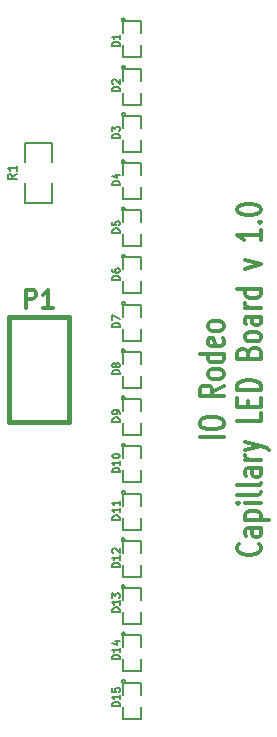
<source format=gto>
G04 (created by PCBNEW-RS274X (2011-07-19)-testing) date Fri 30 Dec 2011 11:25:08 AM PST*
G01*
G70*
G90*
%MOIN*%
G04 Gerber Fmt 3.4, Leading zero omitted, Abs format*
%FSLAX34Y34*%
G04 APERTURE LIST*
%ADD10C,0.006000*%
%ADD11C,0.012000*%
%ADD12C,0.005000*%
%ADD13C,0.015000*%
G04 APERTURE END LIST*
G54D10*
G54D11*
X47424Y-53614D02*
X46624Y-53614D01*
X46624Y-53214D02*
X46624Y-53100D01*
X46662Y-53042D01*
X46738Y-52985D01*
X46890Y-52957D01*
X47157Y-52957D01*
X47310Y-52985D01*
X47386Y-53042D01*
X47424Y-53100D01*
X47424Y-53214D01*
X47386Y-53271D01*
X47310Y-53328D01*
X47157Y-53357D01*
X46890Y-53357D01*
X46738Y-53328D01*
X46662Y-53271D01*
X46624Y-53214D01*
X47424Y-51899D02*
X47043Y-52099D01*
X47424Y-52242D02*
X46624Y-52242D01*
X46624Y-52014D01*
X46662Y-51956D01*
X46700Y-51928D01*
X46776Y-51899D01*
X46890Y-51899D01*
X46967Y-51928D01*
X47005Y-51956D01*
X47043Y-52014D01*
X47043Y-52242D01*
X47424Y-51556D02*
X47386Y-51614D01*
X47348Y-51642D01*
X47271Y-51671D01*
X47043Y-51671D01*
X46967Y-51642D01*
X46929Y-51614D01*
X46890Y-51556D01*
X46890Y-51471D01*
X46929Y-51414D01*
X46967Y-51385D01*
X47043Y-51356D01*
X47271Y-51356D01*
X47348Y-51385D01*
X47386Y-51414D01*
X47424Y-51471D01*
X47424Y-51556D01*
X47424Y-50842D02*
X46624Y-50842D01*
X47386Y-50842D02*
X47424Y-50899D01*
X47424Y-51013D01*
X47386Y-51071D01*
X47348Y-51099D01*
X47271Y-51128D01*
X47043Y-51128D01*
X46967Y-51099D01*
X46929Y-51071D01*
X46890Y-51013D01*
X46890Y-50899D01*
X46929Y-50842D01*
X47386Y-50328D02*
X47424Y-50385D01*
X47424Y-50499D01*
X47386Y-50556D01*
X47310Y-50585D01*
X47005Y-50585D01*
X46929Y-50556D01*
X46890Y-50499D01*
X46890Y-50385D01*
X46929Y-50328D01*
X47005Y-50299D01*
X47081Y-50299D01*
X47157Y-50585D01*
X47424Y-49956D02*
X47386Y-50014D01*
X47348Y-50042D01*
X47271Y-50071D01*
X47043Y-50071D01*
X46967Y-50042D01*
X46929Y-50014D01*
X46890Y-49956D01*
X46890Y-49871D01*
X46929Y-49814D01*
X46967Y-49785D01*
X47043Y-49756D01*
X47271Y-49756D01*
X47348Y-49785D01*
X47386Y-49814D01*
X47424Y-49871D01*
X47424Y-49956D01*
X48588Y-57170D02*
X48626Y-57199D01*
X48664Y-57285D01*
X48664Y-57342D01*
X48626Y-57427D01*
X48550Y-57485D01*
X48473Y-57513D01*
X48321Y-57542D01*
X48207Y-57542D01*
X48054Y-57513D01*
X47978Y-57485D01*
X47902Y-57427D01*
X47864Y-57342D01*
X47864Y-57285D01*
X47902Y-57199D01*
X47940Y-57170D01*
X48664Y-56656D02*
X48245Y-56656D01*
X48169Y-56685D01*
X48130Y-56742D01*
X48130Y-56856D01*
X48169Y-56913D01*
X48626Y-56656D02*
X48664Y-56713D01*
X48664Y-56856D01*
X48626Y-56913D01*
X48550Y-56942D01*
X48473Y-56942D01*
X48397Y-56913D01*
X48359Y-56856D01*
X48359Y-56713D01*
X48321Y-56656D01*
X48130Y-56370D02*
X48930Y-56370D01*
X48169Y-56370D02*
X48130Y-56313D01*
X48130Y-56199D01*
X48169Y-56142D01*
X48207Y-56113D01*
X48283Y-56084D01*
X48511Y-56084D01*
X48588Y-56113D01*
X48626Y-56142D01*
X48664Y-56199D01*
X48664Y-56313D01*
X48626Y-56370D01*
X48664Y-55827D02*
X48130Y-55827D01*
X47864Y-55827D02*
X47902Y-55856D01*
X47940Y-55827D01*
X47902Y-55799D01*
X47864Y-55827D01*
X47940Y-55827D01*
X48664Y-55455D02*
X48626Y-55513D01*
X48550Y-55541D01*
X47864Y-55541D01*
X48664Y-55141D02*
X48626Y-55199D01*
X48550Y-55227D01*
X47864Y-55227D01*
X48664Y-54656D02*
X48245Y-54656D01*
X48169Y-54685D01*
X48130Y-54742D01*
X48130Y-54856D01*
X48169Y-54913D01*
X48626Y-54656D02*
X48664Y-54713D01*
X48664Y-54856D01*
X48626Y-54913D01*
X48550Y-54942D01*
X48473Y-54942D01*
X48397Y-54913D01*
X48359Y-54856D01*
X48359Y-54713D01*
X48321Y-54656D01*
X48664Y-54370D02*
X48130Y-54370D01*
X48283Y-54370D02*
X48207Y-54342D01*
X48169Y-54313D01*
X48130Y-54256D01*
X48130Y-54199D01*
X48130Y-54056D02*
X48664Y-53913D01*
X48130Y-53771D02*
X48664Y-53913D01*
X48854Y-53971D01*
X48892Y-53999D01*
X48930Y-54056D01*
X48664Y-52799D02*
X48664Y-53085D01*
X47864Y-53085D01*
X48245Y-52599D02*
X48245Y-52399D01*
X48664Y-52313D02*
X48664Y-52599D01*
X47864Y-52599D01*
X47864Y-52313D01*
X48664Y-52056D02*
X47864Y-52056D01*
X47864Y-51913D01*
X47902Y-51828D01*
X47978Y-51770D01*
X48054Y-51742D01*
X48207Y-51713D01*
X48321Y-51713D01*
X48473Y-51742D01*
X48550Y-51770D01*
X48626Y-51828D01*
X48664Y-51913D01*
X48664Y-52056D01*
X48245Y-50799D02*
X48283Y-50713D01*
X48321Y-50685D01*
X48397Y-50656D01*
X48511Y-50656D01*
X48588Y-50685D01*
X48626Y-50713D01*
X48664Y-50771D01*
X48664Y-50999D01*
X47864Y-50999D01*
X47864Y-50799D01*
X47902Y-50742D01*
X47940Y-50713D01*
X48016Y-50685D01*
X48092Y-50685D01*
X48169Y-50713D01*
X48207Y-50742D01*
X48245Y-50799D01*
X48245Y-50999D01*
X48664Y-50313D02*
X48626Y-50371D01*
X48588Y-50399D01*
X48511Y-50428D01*
X48283Y-50428D01*
X48207Y-50399D01*
X48169Y-50371D01*
X48130Y-50313D01*
X48130Y-50228D01*
X48169Y-50171D01*
X48207Y-50142D01*
X48283Y-50113D01*
X48511Y-50113D01*
X48588Y-50142D01*
X48626Y-50171D01*
X48664Y-50228D01*
X48664Y-50313D01*
X48664Y-49599D02*
X48245Y-49599D01*
X48169Y-49628D01*
X48130Y-49685D01*
X48130Y-49799D01*
X48169Y-49856D01*
X48626Y-49599D02*
X48664Y-49656D01*
X48664Y-49799D01*
X48626Y-49856D01*
X48550Y-49885D01*
X48473Y-49885D01*
X48397Y-49856D01*
X48359Y-49799D01*
X48359Y-49656D01*
X48321Y-49599D01*
X48664Y-49313D02*
X48130Y-49313D01*
X48283Y-49313D02*
X48207Y-49285D01*
X48169Y-49256D01*
X48130Y-49199D01*
X48130Y-49142D01*
X48664Y-48685D02*
X47864Y-48685D01*
X48626Y-48685D02*
X48664Y-48742D01*
X48664Y-48856D01*
X48626Y-48914D01*
X48588Y-48942D01*
X48511Y-48971D01*
X48283Y-48971D01*
X48207Y-48942D01*
X48169Y-48914D01*
X48130Y-48856D01*
X48130Y-48742D01*
X48169Y-48685D01*
X48130Y-47999D02*
X48664Y-47856D01*
X48130Y-47714D01*
X48664Y-46714D02*
X48664Y-47057D01*
X48664Y-46885D02*
X47864Y-46885D01*
X47978Y-46942D01*
X48054Y-47000D01*
X48092Y-47057D01*
X48588Y-46457D02*
X48626Y-46429D01*
X48664Y-46457D01*
X48626Y-46486D01*
X48588Y-46457D01*
X48664Y-46457D01*
X47864Y-46057D02*
X47864Y-46000D01*
X47902Y-45943D01*
X47940Y-45914D01*
X48016Y-45885D01*
X48169Y-45857D01*
X48359Y-45857D01*
X48511Y-45885D01*
X48588Y-45914D01*
X48626Y-45943D01*
X48664Y-46000D01*
X48664Y-46057D01*
X48626Y-46114D01*
X48588Y-46143D01*
X48511Y-46171D01*
X48359Y-46200D01*
X48169Y-46200D01*
X48016Y-46171D01*
X47940Y-46143D01*
X47902Y-46114D01*
X47864Y-46057D01*
G54D12*
X40810Y-45803D02*
X41710Y-45803D01*
X41710Y-45803D02*
X41710Y-45153D01*
X40810Y-44453D02*
X40810Y-43803D01*
X40810Y-43803D02*
X41710Y-43803D01*
X41710Y-43803D02*
X41710Y-44453D01*
X40810Y-45153D02*
X40810Y-45803D01*
X44120Y-61752D02*
X44119Y-61761D01*
X44116Y-61771D01*
X44111Y-61779D01*
X44105Y-61787D01*
X44097Y-61793D01*
X44089Y-61798D01*
X44080Y-61800D01*
X44070Y-61801D01*
X44061Y-61801D01*
X44052Y-61798D01*
X44043Y-61793D01*
X44036Y-61787D01*
X44029Y-61780D01*
X44025Y-61771D01*
X44022Y-61762D01*
X44021Y-61752D01*
X44021Y-61743D01*
X44024Y-61734D01*
X44028Y-61725D01*
X44035Y-61718D01*
X44042Y-61711D01*
X44050Y-61707D01*
X44060Y-61704D01*
X44069Y-61703D01*
X44078Y-61703D01*
X44088Y-61706D01*
X44096Y-61710D01*
X44104Y-61716D01*
X44110Y-61724D01*
X44115Y-61732D01*
X44118Y-61741D01*
X44119Y-61751D01*
X44120Y-61752D01*
X44070Y-62202D02*
X44070Y-61802D01*
X44070Y-61802D02*
X44670Y-61802D01*
X44670Y-61802D02*
X44670Y-62202D01*
X44670Y-62602D02*
X44670Y-63002D01*
X44670Y-63002D02*
X44070Y-63002D01*
X44070Y-63002D02*
X44070Y-62602D01*
X44120Y-60177D02*
X44119Y-60186D01*
X44116Y-60196D01*
X44111Y-60204D01*
X44105Y-60212D01*
X44097Y-60218D01*
X44089Y-60223D01*
X44080Y-60225D01*
X44070Y-60226D01*
X44061Y-60226D01*
X44052Y-60223D01*
X44043Y-60218D01*
X44036Y-60212D01*
X44029Y-60205D01*
X44025Y-60196D01*
X44022Y-60187D01*
X44021Y-60177D01*
X44021Y-60168D01*
X44024Y-60159D01*
X44028Y-60150D01*
X44035Y-60143D01*
X44042Y-60136D01*
X44050Y-60132D01*
X44060Y-60129D01*
X44069Y-60128D01*
X44078Y-60128D01*
X44088Y-60131D01*
X44096Y-60135D01*
X44104Y-60141D01*
X44110Y-60149D01*
X44115Y-60157D01*
X44118Y-60166D01*
X44119Y-60176D01*
X44120Y-60177D01*
X44070Y-60627D02*
X44070Y-60227D01*
X44070Y-60227D02*
X44670Y-60227D01*
X44670Y-60227D02*
X44670Y-60627D01*
X44670Y-61027D02*
X44670Y-61427D01*
X44670Y-61427D02*
X44070Y-61427D01*
X44070Y-61427D02*
X44070Y-61027D01*
X44120Y-58602D02*
X44119Y-58611D01*
X44116Y-58621D01*
X44111Y-58629D01*
X44105Y-58637D01*
X44097Y-58643D01*
X44089Y-58648D01*
X44080Y-58650D01*
X44070Y-58651D01*
X44061Y-58651D01*
X44052Y-58648D01*
X44043Y-58643D01*
X44036Y-58637D01*
X44029Y-58630D01*
X44025Y-58621D01*
X44022Y-58612D01*
X44021Y-58602D01*
X44021Y-58593D01*
X44024Y-58584D01*
X44028Y-58575D01*
X44035Y-58568D01*
X44042Y-58561D01*
X44050Y-58557D01*
X44060Y-58554D01*
X44069Y-58553D01*
X44078Y-58553D01*
X44088Y-58556D01*
X44096Y-58560D01*
X44104Y-58566D01*
X44110Y-58574D01*
X44115Y-58582D01*
X44118Y-58591D01*
X44119Y-58601D01*
X44120Y-58602D01*
X44070Y-59052D02*
X44070Y-58652D01*
X44070Y-58652D02*
X44670Y-58652D01*
X44670Y-58652D02*
X44670Y-59052D01*
X44670Y-59452D02*
X44670Y-59852D01*
X44670Y-59852D02*
X44070Y-59852D01*
X44070Y-59852D02*
X44070Y-59452D01*
X44120Y-57027D02*
X44119Y-57036D01*
X44116Y-57046D01*
X44111Y-57054D01*
X44105Y-57062D01*
X44097Y-57068D01*
X44089Y-57073D01*
X44080Y-57075D01*
X44070Y-57076D01*
X44061Y-57076D01*
X44052Y-57073D01*
X44043Y-57068D01*
X44036Y-57062D01*
X44029Y-57055D01*
X44025Y-57046D01*
X44022Y-57037D01*
X44021Y-57027D01*
X44021Y-57018D01*
X44024Y-57009D01*
X44028Y-57000D01*
X44035Y-56993D01*
X44042Y-56986D01*
X44050Y-56982D01*
X44060Y-56979D01*
X44069Y-56978D01*
X44078Y-56978D01*
X44088Y-56981D01*
X44096Y-56985D01*
X44104Y-56991D01*
X44110Y-56999D01*
X44115Y-57007D01*
X44118Y-57016D01*
X44119Y-57026D01*
X44120Y-57027D01*
X44070Y-57477D02*
X44070Y-57077D01*
X44070Y-57077D02*
X44670Y-57077D01*
X44670Y-57077D02*
X44670Y-57477D01*
X44670Y-57877D02*
X44670Y-58277D01*
X44670Y-58277D02*
X44070Y-58277D01*
X44070Y-58277D02*
X44070Y-57877D01*
X44120Y-55452D02*
X44119Y-55461D01*
X44116Y-55471D01*
X44111Y-55479D01*
X44105Y-55487D01*
X44097Y-55493D01*
X44089Y-55498D01*
X44080Y-55500D01*
X44070Y-55501D01*
X44061Y-55501D01*
X44052Y-55498D01*
X44043Y-55493D01*
X44036Y-55487D01*
X44029Y-55480D01*
X44025Y-55471D01*
X44022Y-55462D01*
X44021Y-55452D01*
X44021Y-55443D01*
X44024Y-55434D01*
X44028Y-55425D01*
X44035Y-55418D01*
X44042Y-55411D01*
X44050Y-55407D01*
X44060Y-55404D01*
X44069Y-55403D01*
X44078Y-55403D01*
X44088Y-55406D01*
X44096Y-55410D01*
X44104Y-55416D01*
X44110Y-55424D01*
X44115Y-55432D01*
X44118Y-55441D01*
X44119Y-55451D01*
X44120Y-55452D01*
X44070Y-55902D02*
X44070Y-55502D01*
X44070Y-55502D02*
X44670Y-55502D01*
X44670Y-55502D02*
X44670Y-55902D01*
X44670Y-56302D02*
X44670Y-56702D01*
X44670Y-56702D02*
X44070Y-56702D01*
X44070Y-56702D02*
X44070Y-56302D01*
X44120Y-53878D02*
X44119Y-53887D01*
X44116Y-53897D01*
X44111Y-53905D01*
X44105Y-53913D01*
X44097Y-53919D01*
X44089Y-53924D01*
X44080Y-53926D01*
X44070Y-53927D01*
X44061Y-53927D01*
X44052Y-53924D01*
X44043Y-53919D01*
X44036Y-53913D01*
X44029Y-53906D01*
X44025Y-53897D01*
X44022Y-53888D01*
X44021Y-53878D01*
X44021Y-53869D01*
X44024Y-53860D01*
X44028Y-53851D01*
X44035Y-53844D01*
X44042Y-53837D01*
X44050Y-53833D01*
X44060Y-53830D01*
X44069Y-53829D01*
X44078Y-53829D01*
X44088Y-53832D01*
X44096Y-53836D01*
X44104Y-53842D01*
X44110Y-53850D01*
X44115Y-53858D01*
X44118Y-53867D01*
X44119Y-53877D01*
X44120Y-53878D01*
X44070Y-54328D02*
X44070Y-53928D01*
X44070Y-53928D02*
X44670Y-53928D01*
X44670Y-53928D02*
X44670Y-54328D01*
X44670Y-54728D02*
X44670Y-55128D01*
X44670Y-55128D02*
X44070Y-55128D01*
X44070Y-55128D02*
X44070Y-54728D01*
X44120Y-52303D02*
X44119Y-52312D01*
X44116Y-52322D01*
X44111Y-52330D01*
X44105Y-52338D01*
X44097Y-52344D01*
X44089Y-52349D01*
X44080Y-52351D01*
X44070Y-52352D01*
X44061Y-52352D01*
X44052Y-52349D01*
X44043Y-52344D01*
X44036Y-52338D01*
X44029Y-52331D01*
X44025Y-52322D01*
X44022Y-52313D01*
X44021Y-52303D01*
X44021Y-52294D01*
X44024Y-52285D01*
X44028Y-52276D01*
X44035Y-52269D01*
X44042Y-52262D01*
X44050Y-52258D01*
X44060Y-52255D01*
X44069Y-52254D01*
X44078Y-52254D01*
X44088Y-52257D01*
X44096Y-52261D01*
X44104Y-52267D01*
X44110Y-52275D01*
X44115Y-52283D01*
X44118Y-52292D01*
X44119Y-52302D01*
X44120Y-52303D01*
X44070Y-52753D02*
X44070Y-52353D01*
X44070Y-52353D02*
X44670Y-52353D01*
X44670Y-52353D02*
X44670Y-52753D01*
X44670Y-53153D02*
X44670Y-53553D01*
X44670Y-53553D02*
X44070Y-53553D01*
X44070Y-53553D02*
X44070Y-53153D01*
X44120Y-50728D02*
X44119Y-50737D01*
X44116Y-50747D01*
X44111Y-50755D01*
X44105Y-50763D01*
X44097Y-50769D01*
X44089Y-50774D01*
X44080Y-50776D01*
X44070Y-50777D01*
X44061Y-50777D01*
X44052Y-50774D01*
X44043Y-50769D01*
X44036Y-50763D01*
X44029Y-50756D01*
X44025Y-50747D01*
X44022Y-50738D01*
X44021Y-50728D01*
X44021Y-50719D01*
X44024Y-50710D01*
X44028Y-50701D01*
X44035Y-50694D01*
X44042Y-50687D01*
X44050Y-50683D01*
X44060Y-50680D01*
X44069Y-50679D01*
X44078Y-50679D01*
X44088Y-50682D01*
X44096Y-50686D01*
X44104Y-50692D01*
X44110Y-50700D01*
X44115Y-50708D01*
X44118Y-50717D01*
X44119Y-50727D01*
X44120Y-50728D01*
X44070Y-51178D02*
X44070Y-50778D01*
X44070Y-50778D02*
X44670Y-50778D01*
X44670Y-50778D02*
X44670Y-51178D01*
X44670Y-51578D02*
X44670Y-51978D01*
X44670Y-51978D02*
X44070Y-51978D01*
X44070Y-51978D02*
X44070Y-51578D01*
X44120Y-49153D02*
X44119Y-49162D01*
X44116Y-49172D01*
X44111Y-49180D01*
X44105Y-49188D01*
X44097Y-49194D01*
X44089Y-49199D01*
X44080Y-49201D01*
X44070Y-49202D01*
X44061Y-49202D01*
X44052Y-49199D01*
X44043Y-49194D01*
X44036Y-49188D01*
X44029Y-49181D01*
X44025Y-49172D01*
X44022Y-49163D01*
X44021Y-49153D01*
X44021Y-49144D01*
X44024Y-49135D01*
X44028Y-49126D01*
X44035Y-49119D01*
X44042Y-49112D01*
X44050Y-49108D01*
X44060Y-49105D01*
X44069Y-49104D01*
X44078Y-49104D01*
X44088Y-49107D01*
X44096Y-49111D01*
X44104Y-49117D01*
X44110Y-49125D01*
X44115Y-49133D01*
X44118Y-49142D01*
X44119Y-49152D01*
X44120Y-49153D01*
X44070Y-49603D02*
X44070Y-49203D01*
X44070Y-49203D02*
X44670Y-49203D01*
X44670Y-49203D02*
X44670Y-49603D01*
X44670Y-50003D02*
X44670Y-50403D01*
X44670Y-50403D02*
X44070Y-50403D01*
X44070Y-50403D02*
X44070Y-50003D01*
X44120Y-47578D02*
X44119Y-47587D01*
X44116Y-47597D01*
X44111Y-47605D01*
X44105Y-47613D01*
X44097Y-47619D01*
X44089Y-47624D01*
X44080Y-47626D01*
X44070Y-47627D01*
X44061Y-47627D01*
X44052Y-47624D01*
X44043Y-47619D01*
X44036Y-47613D01*
X44029Y-47606D01*
X44025Y-47597D01*
X44022Y-47588D01*
X44021Y-47578D01*
X44021Y-47569D01*
X44024Y-47560D01*
X44028Y-47551D01*
X44035Y-47544D01*
X44042Y-47537D01*
X44050Y-47533D01*
X44060Y-47530D01*
X44069Y-47529D01*
X44078Y-47529D01*
X44088Y-47532D01*
X44096Y-47536D01*
X44104Y-47542D01*
X44110Y-47550D01*
X44115Y-47558D01*
X44118Y-47567D01*
X44119Y-47577D01*
X44120Y-47578D01*
X44070Y-48028D02*
X44070Y-47628D01*
X44070Y-47628D02*
X44670Y-47628D01*
X44670Y-47628D02*
X44670Y-48028D01*
X44670Y-48428D02*
X44670Y-48828D01*
X44670Y-48828D02*
X44070Y-48828D01*
X44070Y-48828D02*
X44070Y-48428D01*
X44120Y-46004D02*
X44119Y-46013D01*
X44116Y-46023D01*
X44111Y-46031D01*
X44105Y-46039D01*
X44097Y-46045D01*
X44089Y-46050D01*
X44080Y-46052D01*
X44070Y-46053D01*
X44061Y-46053D01*
X44052Y-46050D01*
X44043Y-46045D01*
X44036Y-46039D01*
X44029Y-46032D01*
X44025Y-46023D01*
X44022Y-46014D01*
X44021Y-46004D01*
X44021Y-45995D01*
X44024Y-45986D01*
X44028Y-45977D01*
X44035Y-45970D01*
X44042Y-45963D01*
X44050Y-45959D01*
X44060Y-45956D01*
X44069Y-45955D01*
X44078Y-45955D01*
X44088Y-45958D01*
X44096Y-45962D01*
X44104Y-45968D01*
X44110Y-45976D01*
X44115Y-45984D01*
X44118Y-45993D01*
X44119Y-46003D01*
X44120Y-46004D01*
X44070Y-46454D02*
X44070Y-46054D01*
X44070Y-46054D02*
X44670Y-46054D01*
X44670Y-46054D02*
X44670Y-46454D01*
X44670Y-46854D02*
X44670Y-47254D01*
X44670Y-47254D02*
X44070Y-47254D01*
X44070Y-47254D02*
X44070Y-46854D01*
X44120Y-44429D02*
X44119Y-44438D01*
X44116Y-44448D01*
X44111Y-44456D01*
X44105Y-44464D01*
X44097Y-44470D01*
X44089Y-44475D01*
X44080Y-44477D01*
X44070Y-44478D01*
X44061Y-44478D01*
X44052Y-44475D01*
X44043Y-44470D01*
X44036Y-44464D01*
X44029Y-44457D01*
X44025Y-44448D01*
X44022Y-44439D01*
X44021Y-44429D01*
X44021Y-44420D01*
X44024Y-44411D01*
X44028Y-44402D01*
X44035Y-44395D01*
X44042Y-44388D01*
X44050Y-44384D01*
X44060Y-44381D01*
X44069Y-44380D01*
X44078Y-44380D01*
X44088Y-44383D01*
X44096Y-44387D01*
X44104Y-44393D01*
X44110Y-44401D01*
X44115Y-44409D01*
X44118Y-44418D01*
X44119Y-44428D01*
X44120Y-44429D01*
X44070Y-44879D02*
X44070Y-44479D01*
X44070Y-44479D02*
X44670Y-44479D01*
X44670Y-44479D02*
X44670Y-44879D01*
X44670Y-45279D02*
X44670Y-45679D01*
X44670Y-45679D02*
X44070Y-45679D01*
X44070Y-45679D02*
X44070Y-45279D01*
X44120Y-42854D02*
X44119Y-42863D01*
X44116Y-42873D01*
X44111Y-42881D01*
X44105Y-42889D01*
X44097Y-42895D01*
X44089Y-42900D01*
X44080Y-42902D01*
X44070Y-42903D01*
X44061Y-42903D01*
X44052Y-42900D01*
X44043Y-42895D01*
X44036Y-42889D01*
X44029Y-42882D01*
X44025Y-42873D01*
X44022Y-42864D01*
X44021Y-42854D01*
X44021Y-42845D01*
X44024Y-42836D01*
X44028Y-42827D01*
X44035Y-42820D01*
X44042Y-42813D01*
X44050Y-42809D01*
X44060Y-42806D01*
X44069Y-42805D01*
X44078Y-42805D01*
X44088Y-42808D01*
X44096Y-42812D01*
X44104Y-42818D01*
X44110Y-42826D01*
X44115Y-42834D01*
X44118Y-42843D01*
X44119Y-42853D01*
X44120Y-42854D01*
X44070Y-43304D02*
X44070Y-42904D01*
X44070Y-42904D02*
X44670Y-42904D01*
X44670Y-42904D02*
X44670Y-43304D01*
X44670Y-43704D02*
X44670Y-44104D01*
X44670Y-44104D02*
X44070Y-44104D01*
X44070Y-44104D02*
X44070Y-43704D01*
X44120Y-41279D02*
X44119Y-41288D01*
X44116Y-41298D01*
X44111Y-41306D01*
X44105Y-41314D01*
X44097Y-41320D01*
X44089Y-41325D01*
X44080Y-41327D01*
X44070Y-41328D01*
X44061Y-41328D01*
X44052Y-41325D01*
X44043Y-41320D01*
X44036Y-41314D01*
X44029Y-41307D01*
X44025Y-41298D01*
X44022Y-41289D01*
X44021Y-41279D01*
X44021Y-41270D01*
X44024Y-41261D01*
X44028Y-41252D01*
X44035Y-41245D01*
X44042Y-41238D01*
X44050Y-41234D01*
X44060Y-41231D01*
X44069Y-41230D01*
X44078Y-41230D01*
X44088Y-41233D01*
X44096Y-41237D01*
X44104Y-41243D01*
X44110Y-41251D01*
X44115Y-41259D01*
X44118Y-41268D01*
X44119Y-41278D01*
X44120Y-41279D01*
X44070Y-41729D02*
X44070Y-41329D01*
X44070Y-41329D02*
X44670Y-41329D01*
X44670Y-41329D02*
X44670Y-41729D01*
X44670Y-42129D02*
X44670Y-42529D01*
X44670Y-42529D02*
X44070Y-42529D01*
X44070Y-42529D02*
X44070Y-42129D01*
X44120Y-39704D02*
X44119Y-39713D01*
X44116Y-39723D01*
X44111Y-39731D01*
X44105Y-39739D01*
X44097Y-39745D01*
X44089Y-39750D01*
X44080Y-39752D01*
X44070Y-39753D01*
X44061Y-39753D01*
X44052Y-39750D01*
X44043Y-39745D01*
X44036Y-39739D01*
X44029Y-39732D01*
X44025Y-39723D01*
X44022Y-39714D01*
X44021Y-39704D01*
X44021Y-39695D01*
X44024Y-39686D01*
X44028Y-39677D01*
X44035Y-39670D01*
X44042Y-39663D01*
X44050Y-39659D01*
X44060Y-39656D01*
X44069Y-39655D01*
X44078Y-39655D01*
X44088Y-39658D01*
X44096Y-39662D01*
X44104Y-39668D01*
X44110Y-39676D01*
X44115Y-39684D01*
X44118Y-39693D01*
X44119Y-39703D01*
X44120Y-39704D01*
X44070Y-40154D02*
X44070Y-39754D01*
X44070Y-39754D02*
X44670Y-39754D01*
X44670Y-39754D02*
X44670Y-40154D01*
X44670Y-40554D02*
X44670Y-40954D01*
X44670Y-40954D02*
X44070Y-40954D01*
X44070Y-40954D02*
X44070Y-40554D01*
G54D13*
X40260Y-49628D02*
X40260Y-53128D01*
X42260Y-49628D02*
X42260Y-53128D01*
X40260Y-49628D02*
X42260Y-49628D01*
X40260Y-53128D02*
X42260Y-53128D01*
G54D12*
X40515Y-44853D02*
X40373Y-44953D01*
X40515Y-45025D02*
X40215Y-45025D01*
X40215Y-44910D01*
X40230Y-44882D01*
X40244Y-44867D01*
X40273Y-44853D01*
X40315Y-44853D01*
X40344Y-44867D01*
X40358Y-44882D01*
X40373Y-44910D01*
X40373Y-45025D01*
X40515Y-44567D02*
X40515Y-44739D01*
X40515Y-44653D02*
X40215Y-44653D01*
X40258Y-44682D01*
X40287Y-44710D01*
X40301Y-44739D01*
X43959Y-62586D02*
X43709Y-62586D01*
X43709Y-62527D01*
X43721Y-62491D01*
X43745Y-62467D01*
X43769Y-62456D01*
X43816Y-62444D01*
X43852Y-62444D01*
X43900Y-62456D01*
X43923Y-62467D01*
X43947Y-62491D01*
X43959Y-62527D01*
X43959Y-62586D01*
X43959Y-62206D02*
X43959Y-62348D01*
X43959Y-62277D02*
X43709Y-62277D01*
X43745Y-62301D01*
X43769Y-62325D01*
X43781Y-62348D01*
X43709Y-61979D02*
X43709Y-62098D01*
X43828Y-62110D01*
X43816Y-62098D01*
X43804Y-62075D01*
X43804Y-62015D01*
X43816Y-61991D01*
X43828Y-61979D01*
X43852Y-61968D01*
X43912Y-61968D01*
X43935Y-61979D01*
X43947Y-61991D01*
X43959Y-62015D01*
X43959Y-62075D01*
X43947Y-62098D01*
X43935Y-62110D01*
X43959Y-61012D02*
X43709Y-61012D01*
X43709Y-60953D01*
X43721Y-60917D01*
X43745Y-60893D01*
X43769Y-60882D01*
X43816Y-60870D01*
X43852Y-60870D01*
X43900Y-60882D01*
X43923Y-60893D01*
X43947Y-60917D01*
X43959Y-60953D01*
X43959Y-61012D01*
X43959Y-60632D02*
X43959Y-60774D01*
X43959Y-60703D02*
X43709Y-60703D01*
X43745Y-60727D01*
X43769Y-60751D01*
X43781Y-60774D01*
X43793Y-60417D02*
X43959Y-60417D01*
X43697Y-60477D02*
X43876Y-60536D01*
X43876Y-60382D01*
X43959Y-59437D02*
X43709Y-59437D01*
X43709Y-59378D01*
X43721Y-59342D01*
X43745Y-59318D01*
X43769Y-59307D01*
X43816Y-59295D01*
X43852Y-59295D01*
X43900Y-59307D01*
X43923Y-59318D01*
X43947Y-59342D01*
X43959Y-59378D01*
X43959Y-59437D01*
X43959Y-59057D02*
X43959Y-59199D01*
X43959Y-59128D02*
X43709Y-59128D01*
X43745Y-59152D01*
X43769Y-59176D01*
X43781Y-59199D01*
X43709Y-58973D02*
X43709Y-58819D01*
X43804Y-58902D01*
X43804Y-58866D01*
X43816Y-58842D01*
X43828Y-58830D01*
X43852Y-58819D01*
X43912Y-58819D01*
X43935Y-58830D01*
X43947Y-58842D01*
X43959Y-58866D01*
X43959Y-58938D01*
X43947Y-58961D01*
X43935Y-58973D01*
X43959Y-57941D02*
X43709Y-57941D01*
X43709Y-57882D01*
X43721Y-57846D01*
X43745Y-57822D01*
X43769Y-57811D01*
X43816Y-57799D01*
X43852Y-57799D01*
X43900Y-57811D01*
X43923Y-57822D01*
X43947Y-57846D01*
X43959Y-57882D01*
X43959Y-57941D01*
X43959Y-57561D02*
X43959Y-57703D01*
X43959Y-57632D02*
X43709Y-57632D01*
X43745Y-57656D01*
X43769Y-57680D01*
X43781Y-57703D01*
X43733Y-57465D02*
X43721Y-57453D01*
X43709Y-57430D01*
X43709Y-57370D01*
X43721Y-57346D01*
X43733Y-57334D01*
X43757Y-57323D01*
X43781Y-57323D01*
X43816Y-57334D01*
X43959Y-57477D01*
X43959Y-57323D01*
X43959Y-56366D02*
X43709Y-56366D01*
X43709Y-56307D01*
X43721Y-56271D01*
X43745Y-56247D01*
X43769Y-56236D01*
X43816Y-56224D01*
X43852Y-56224D01*
X43900Y-56236D01*
X43923Y-56247D01*
X43947Y-56271D01*
X43959Y-56307D01*
X43959Y-56366D01*
X43959Y-55986D02*
X43959Y-56128D01*
X43959Y-56057D02*
X43709Y-56057D01*
X43745Y-56081D01*
X43769Y-56105D01*
X43781Y-56128D01*
X43959Y-55748D02*
X43959Y-55890D01*
X43959Y-55819D02*
X43709Y-55819D01*
X43745Y-55843D01*
X43769Y-55867D01*
X43781Y-55890D01*
X43959Y-54791D02*
X43709Y-54791D01*
X43709Y-54732D01*
X43721Y-54696D01*
X43745Y-54672D01*
X43769Y-54661D01*
X43816Y-54649D01*
X43852Y-54649D01*
X43900Y-54661D01*
X43923Y-54672D01*
X43947Y-54696D01*
X43959Y-54732D01*
X43959Y-54791D01*
X43959Y-54411D02*
X43959Y-54553D01*
X43959Y-54482D02*
X43709Y-54482D01*
X43745Y-54506D01*
X43769Y-54530D01*
X43781Y-54553D01*
X43709Y-54256D02*
X43709Y-54232D01*
X43721Y-54208D01*
X43733Y-54196D01*
X43757Y-54184D01*
X43804Y-54173D01*
X43864Y-54173D01*
X43912Y-54184D01*
X43935Y-54196D01*
X43947Y-54208D01*
X43959Y-54232D01*
X43959Y-54256D01*
X43947Y-54280D01*
X43935Y-54292D01*
X43912Y-54303D01*
X43864Y-54315D01*
X43804Y-54315D01*
X43757Y-54303D01*
X43733Y-54292D01*
X43721Y-54280D01*
X43709Y-54256D01*
X43959Y-53097D02*
X43709Y-53097D01*
X43709Y-53038D01*
X43721Y-53002D01*
X43745Y-52978D01*
X43769Y-52967D01*
X43816Y-52955D01*
X43852Y-52955D01*
X43900Y-52967D01*
X43923Y-52978D01*
X43947Y-53002D01*
X43959Y-53038D01*
X43959Y-53097D01*
X43959Y-52836D02*
X43959Y-52788D01*
X43947Y-52764D01*
X43935Y-52752D01*
X43900Y-52728D01*
X43852Y-52717D01*
X43757Y-52717D01*
X43733Y-52728D01*
X43721Y-52740D01*
X43709Y-52764D01*
X43709Y-52812D01*
X43721Y-52836D01*
X43733Y-52847D01*
X43757Y-52859D01*
X43816Y-52859D01*
X43840Y-52847D01*
X43852Y-52836D01*
X43864Y-52812D01*
X43864Y-52764D01*
X43852Y-52740D01*
X43840Y-52728D01*
X43816Y-52717D01*
X43959Y-51523D02*
X43709Y-51523D01*
X43709Y-51464D01*
X43721Y-51428D01*
X43745Y-51404D01*
X43769Y-51393D01*
X43816Y-51381D01*
X43852Y-51381D01*
X43900Y-51393D01*
X43923Y-51404D01*
X43947Y-51428D01*
X43959Y-51464D01*
X43959Y-51523D01*
X43816Y-51238D02*
X43804Y-51262D01*
X43793Y-51273D01*
X43769Y-51285D01*
X43757Y-51285D01*
X43733Y-51273D01*
X43721Y-51262D01*
X43709Y-51238D01*
X43709Y-51190D01*
X43721Y-51166D01*
X43733Y-51154D01*
X43757Y-51143D01*
X43769Y-51143D01*
X43793Y-51154D01*
X43804Y-51166D01*
X43816Y-51190D01*
X43816Y-51238D01*
X43828Y-51262D01*
X43840Y-51273D01*
X43864Y-51285D01*
X43912Y-51285D01*
X43935Y-51273D01*
X43947Y-51262D01*
X43959Y-51238D01*
X43959Y-51190D01*
X43947Y-51166D01*
X43935Y-51154D01*
X43912Y-51143D01*
X43864Y-51143D01*
X43840Y-51154D01*
X43828Y-51166D01*
X43816Y-51190D01*
X43959Y-49948D02*
X43709Y-49948D01*
X43709Y-49889D01*
X43721Y-49853D01*
X43745Y-49829D01*
X43769Y-49818D01*
X43816Y-49806D01*
X43852Y-49806D01*
X43900Y-49818D01*
X43923Y-49829D01*
X43947Y-49853D01*
X43959Y-49889D01*
X43959Y-49948D01*
X43709Y-49722D02*
X43709Y-49556D01*
X43959Y-49663D01*
X43959Y-48373D02*
X43709Y-48373D01*
X43709Y-48314D01*
X43721Y-48278D01*
X43745Y-48254D01*
X43769Y-48243D01*
X43816Y-48231D01*
X43852Y-48231D01*
X43900Y-48243D01*
X43923Y-48254D01*
X43947Y-48278D01*
X43959Y-48314D01*
X43959Y-48373D01*
X43709Y-48016D02*
X43709Y-48064D01*
X43721Y-48088D01*
X43733Y-48100D01*
X43769Y-48123D01*
X43816Y-48135D01*
X43912Y-48135D01*
X43935Y-48123D01*
X43947Y-48112D01*
X43959Y-48088D01*
X43959Y-48040D01*
X43947Y-48016D01*
X43935Y-48004D01*
X43912Y-47993D01*
X43852Y-47993D01*
X43828Y-48004D01*
X43816Y-48016D01*
X43804Y-48040D01*
X43804Y-48088D01*
X43816Y-48112D01*
X43828Y-48123D01*
X43852Y-48135D01*
X43959Y-46798D02*
X43709Y-46798D01*
X43709Y-46739D01*
X43721Y-46703D01*
X43745Y-46679D01*
X43769Y-46668D01*
X43816Y-46656D01*
X43852Y-46656D01*
X43900Y-46668D01*
X43923Y-46679D01*
X43947Y-46703D01*
X43959Y-46739D01*
X43959Y-46798D01*
X43709Y-46429D02*
X43709Y-46548D01*
X43828Y-46560D01*
X43816Y-46548D01*
X43804Y-46525D01*
X43804Y-46465D01*
X43816Y-46441D01*
X43828Y-46429D01*
X43852Y-46418D01*
X43912Y-46418D01*
X43935Y-46429D01*
X43947Y-46441D01*
X43959Y-46465D01*
X43959Y-46525D01*
X43947Y-46548D01*
X43935Y-46560D01*
X43959Y-45223D02*
X43709Y-45223D01*
X43709Y-45164D01*
X43721Y-45128D01*
X43745Y-45104D01*
X43769Y-45093D01*
X43816Y-45081D01*
X43852Y-45081D01*
X43900Y-45093D01*
X43923Y-45104D01*
X43947Y-45128D01*
X43959Y-45164D01*
X43959Y-45223D01*
X43793Y-44866D02*
X43959Y-44866D01*
X43697Y-44926D02*
X43876Y-44985D01*
X43876Y-44831D01*
X43959Y-43649D02*
X43709Y-43649D01*
X43709Y-43590D01*
X43721Y-43554D01*
X43745Y-43530D01*
X43769Y-43519D01*
X43816Y-43507D01*
X43852Y-43507D01*
X43900Y-43519D01*
X43923Y-43530D01*
X43947Y-43554D01*
X43959Y-43590D01*
X43959Y-43649D01*
X43709Y-43423D02*
X43709Y-43269D01*
X43804Y-43352D01*
X43804Y-43316D01*
X43816Y-43292D01*
X43828Y-43280D01*
X43852Y-43269D01*
X43912Y-43269D01*
X43935Y-43280D01*
X43947Y-43292D01*
X43959Y-43316D01*
X43959Y-43388D01*
X43947Y-43411D01*
X43935Y-43423D01*
X43959Y-42074D02*
X43709Y-42074D01*
X43709Y-42015D01*
X43721Y-41979D01*
X43745Y-41955D01*
X43769Y-41944D01*
X43816Y-41932D01*
X43852Y-41932D01*
X43900Y-41944D01*
X43923Y-41955D01*
X43947Y-41979D01*
X43959Y-42015D01*
X43959Y-42074D01*
X43733Y-41836D02*
X43721Y-41824D01*
X43709Y-41801D01*
X43709Y-41741D01*
X43721Y-41717D01*
X43733Y-41705D01*
X43757Y-41694D01*
X43781Y-41694D01*
X43816Y-41705D01*
X43959Y-41848D01*
X43959Y-41694D01*
X43959Y-40578D02*
X43709Y-40578D01*
X43709Y-40519D01*
X43721Y-40483D01*
X43745Y-40459D01*
X43769Y-40448D01*
X43816Y-40436D01*
X43852Y-40436D01*
X43900Y-40448D01*
X43923Y-40459D01*
X43947Y-40483D01*
X43959Y-40519D01*
X43959Y-40578D01*
X43959Y-40198D02*
X43959Y-40340D01*
X43959Y-40269D02*
X43709Y-40269D01*
X43745Y-40293D01*
X43769Y-40317D01*
X43781Y-40340D01*
G54D11*
X40818Y-49298D02*
X40818Y-48698D01*
X41046Y-48698D01*
X41104Y-48726D01*
X41132Y-48755D01*
X41161Y-48812D01*
X41161Y-48898D01*
X41132Y-48955D01*
X41104Y-48984D01*
X41046Y-49012D01*
X40818Y-49012D01*
X41732Y-49298D02*
X41389Y-49298D01*
X41561Y-49298D02*
X41561Y-48698D01*
X41504Y-48784D01*
X41446Y-48841D01*
X41389Y-48869D01*
M02*

</source>
